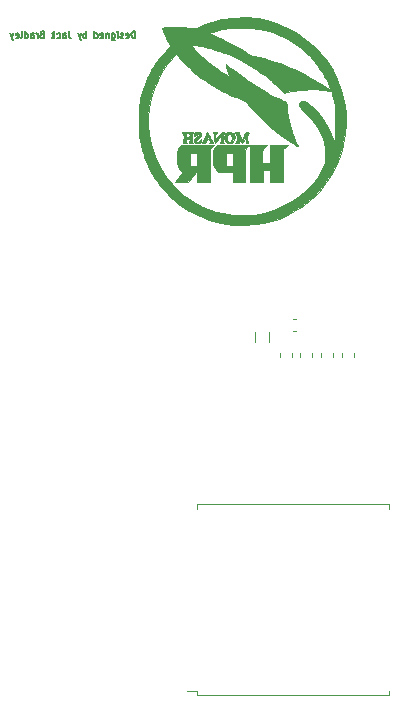
<source format=gbr>
%TF.GenerationSoftware,KiCad,Pcbnew,7.0.2*%
%TF.CreationDate,2023-04-27T13:29:06+10:00*%
%TF.ProjectId,neptune,6e657074-756e-4652-9e6b-696361645f70,rev?*%
%TF.SameCoordinates,Original*%
%TF.FileFunction,Legend,Bot*%
%TF.FilePolarity,Positive*%
%FSLAX46Y46*%
G04 Gerber Fmt 4.6, Leading zero omitted, Abs format (unit mm)*
G04 Created by KiCad (PCBNEW 7.0.2) date 2023-04-27 13:29:06*
%MOMM*%
%LPD*%
G01*
G04 APERTURE LIST*
%ADD10C,0.137500*%
%ADD11C,0.120000*%
%ADD12C,0.010000*%
G04 APERTURE END LIST*
D10*
X106369047Y-68182690D02*
X106369047Y-67632690D01*
X106369047Y-67632690D02*
X106238095Y-67632690D01*
X106238095Y-67632690D02*
X106159523Y-67658880D01*
X106159523Y-67658880D02*
X106107142Y-67711261D01*
X106107142Y-67711261D02*
X106080952Y-67763642D01*
X106080952Y-67763642D02*
X106054761Y-67868404D01*
X106054761Y-67868404D02*
X106054761Y-67946976D01*
X106054761Y-67946976D02*
X106080952Y-68051738D01*
X106080952Y-68051738D02*
X106107142Y-68104119D01*
X106107142Y-68104119D02*
X106159523Y-68156500D01*
X106159523Y-68156500D02*
X106238095Y-68182690D01*
X106238095Y-68182690D02*
X106369047Y-68182690D01*
X105609523Y-68156500D02*
X105661904Y-68182690D01*
X105661904Y-68182690D02*
X105766666Y-68182690D01*
X105766666Y-68182690D02*
X105819047Y-68156500D01*
X105819047Y-68156500D02*
X105845238Y-68104119D01*
X105845238Y-68104119D02*
X105845238Y-67894595D01*
X105845238Y-67894595D02*
X105819047Y-67842214D01*
X105819047Y-67842214D02*
X105766666Y-67816023D01*
X105766666Y-67816023D02*
X105661904Y-67816023D01*
X105661904Y-67816023D02*
X105609523Y-67842214D01*
X105609523Y-67842214D02*
X105583333Y-67894595D01*
X105583333Y-67894595D02*
X105583333Y-67946976D01*
X105583333Y-67946976D02*
X105845238Y-67999357D01*
X105373809Y-68156500D02*
X105321428Y-68182690D01*
X105321428Y-68182690D02*
X105216666Y-68182690D01*
X105216666Y-68182690D02*
X105164285Y-68156500D01*
X105164285Y-68156500D02*
X105138094Y-68104119D01*
X105138094Y-68104119D02*
X105138094Y-68077928D01*
X105138094Y-68077928D02*
X105164285Y-68025547D01*
X105164285Y-68025547D02*
X105216666Y-67999357D01*
X105216666Y-67999357D02*
X105295237Y-67999357D01*
X105295237Y-67999357D02*
X105347618Y-67973166D01*
X105347618Y-67973166D02*
X105373809Y-67920785D01*
X105373809Y-67920785D02*
X105373809Y-67894595D01*
X105373809Y-67894595D02*
X105347618Y-67842214D01*
X105347618Y-67842214D02*
X105295237Y-67816023D01*
X105295237Y-67816023D02*
X105216666Y-67816023D01*
X105216666Y-67816023D02*
X105164285Y-67842214D01*
X104902380Y-68182690D02*
X104902380Y-67816023D01*
X104902380Y-67632690D02*
X104928571Y-67658880D01*
X104928571Y-67658880D02*
X104902380Y-67685071D01*
X104902380Y-67685071D02*
X104876190Y-67658880D01*
X104876190Y-67658880D02*
X104902380Y-67632690D01*
X104902380Y-67632690D02*
X104902380Y-67685071D01*
X104404761Y-67816023D02*
X104404761Y-68261261D01*
X104404761Y-68261261D02*
X104430951Y-68313642D01*
X104430951Y-68313642D02*
X104457142Y-68339833D01*
X104457142Y-68339833D02*
X104509523Y-68366023D01*
X104509523Y-68366023D02*
X104588094Y-68366023D01*
X104588094Y-68366023D02*
X104640475Y-68339833D01*
X104404761Y-68156500D02*
X104457142Y-68182690D01*
X104457142Y-68182690D02*
X104561904Y-68182690D01*
X104561904Y-68182690D02*
X104614285Y-68156500D01*
X104614285Y-68156500D02*
X104640475Y-68130309D01*
X104640475Y-68130309D02*
X104666666Y-68077928D01*
X104666666Y-68077928D02*
X104666666Y-67920785D01*
X104666666Y-67920785D02*
X104640475Y-67868404D01*
X104640475Y-67868404D02*
X104614285Y-67842214D01*
X104614285Y-67842214D02*
X104561904Y-67816023D01*
X104561904Y-67816023D02*
X104457142Y-67816023D01*
X104457142Y-67816023D02*
X104404761Y-67842214D01*
X104142856Y-67816023D02*
X104142856Y-68182690D01*
X104142856Y-67868404D02*
X104116666Y-67842214D01*
X104116666Y-67842214D02*
X104064285Y-67816023D01*
X104064285Y-67816023D02*
X103985713Y-67816023D01*
X103985713Y-67816023D02*
X103933332Y-67842214D01*
X103933332Y-67842214D02*
X103907142Y-67894595D01*
X103907142Y-67894595D02*
X103907142Y-68182690D01*
X103435713Y-68156500D02*
X103488094Y-68182690D01*
X103488094Y-68182690D02*
X103592856Y-68182690D01*
X103592856Y-68182690D02*
X103645237Y-68156500D01*
X103645237Y-68156500D02*
X103671428Y-68104119D01*
X103671428Y-68104119D02*
X103671428Y-67894595D01*
X103671428Y-67894595D02*
X103645237Y-67842214D01*
X103645237Y-67842214D02*
X103592856Y-67816023D01*
X103592856Y-67816023D02*
X103488094Y-67816023D01*
X103488094Y-67816023D02*
X103435713Y-67842214D01*
X103435713Y-67842214D02*
X103409523Y-67894595D01*
X103409523Y-67894595D02*
X103409523Y-67946976D01*
X103409523Y-67946976D02*
X103671428Y-67999357D01*
X102938094Y-68182690D02*
X102938094Y-67632690D01*
X102938094Y-68156500D02*
X102990475Y-68182690D01*
X102990475Y-68182690D02*
X103095237Y-68182690D01*
X103095237Y-68182690D02*
X103147618Y-68156500D01*
X103147618Y-68156500D02*
X103173808Y-68130309D01*
X103173808Y-68130309D02*
X103199999Y-68077928D01*
X103199999Y-68077928D02*
X103199999Y-67920785D01*
X103199999Y-67920785D02*
X103173808Y-67868404D01*
X103173808Y-67868404D02*
X103147618Y-67842214D01*
X103147618Y-67842214D02*
X103095237Y-67816023D01*
X103095237Y-67816023D02*
X102990475Y-67816023D01*
X102990475Y-67816023D02*
X102938094Y-67842214D01*
X102257141Y-68182690D02*
X102257141Y-67632690D01*
X102257141Y-67842214D02*
X102204760Y-67816023D01*
X102204760Y-67816023D02*
X102099998Y-67816023D01*
X102099998Y-67816023D02*
X102047617Y-67842214D01*
X102047617Y-67842214D02*
X102021427Y-67868404D01*
X102021427Y-67868404D02*
X101995236Y-67920785D01*
X101995236Y-67920785D02*
X101995236Y-68077928D01*
X101995236Y-68077928D02*
X102021427Y-68130309D01*
X102021427Y-68130309D02*
X102047617Y-68156500D01*
X102047617Y-68156500D02*
X102099998Y-68182690D01*
X102099998Y-68182690D02*
X102204760Y-68182690D01*
X102204760Y-68182690D02*
X102257141Y-68156500D01*
X101811903Y-67816023D02*
X101680951Y-68182690D01*
X101549998Y-67816023D02*
X101680951Y-68182690D01*
X101680951Y-68182690D02*
X101733332Y-68313642D01*
X101733332Y-68313642D02*
X101759522Y-68339833D01*
X101759522Y-68339833D02*
X101811903Y-68366023D01*
X100764283Y-67632690D02*
X100764283Y-68025547D01*
X100764283Y-68025547D02*
X100790474Y-68104119D01*
X100790474Y-68104119D02*
X100842855Y-68156500D01*
X100842855Y-68156500D02*
X100921426Y-68182690D01*
X100921426Y-68182690D02*
X100973807Y-68182690D01*
X100266664Y-68182690D02*
X100266664Y-67894595D01*
X100266664Y-67894595D02*
X100292854Y-67842214D01*
X100292854Y-67842214D02*
X100345235Y-67816023D01*
X100345235Y-67816023D02*
X100449997Y-67816023D01*
X100449997Y-67816023D02*
X100502378Y-67842214D01*
X100266664Y-68156500D02*
X100319045Y-68182690D01*
X100319045Y-68182690D02*
X100449997Y-68182690D01*
X100449997Y-68182690D02*
X100502378Y-68156500D01*
X100502378Y-68156500D02*
X100528569Y-68104119D01*
X100528569Y-68104119D02*
X100528569Y-68051738D01*
X100528569Y-68051738D02*
X100502378Y-67999357D01*
X100502378Y-67999357D02*
X100449997Y-67973166D01*
X100449997Y-67973166D02*
X100319045Y-67973166D01*
X100319045Y-67973166D02*
X100266664Y-67946976D01*
X99769045Y-68156500D02*
X99821426Y-68182690D01*
X99821426Y-68182690D02*
X99926188Y-68182690D01*
X99926188Y-68182690D02*
X99978569Y-68156500D01*
X99978569Y-68156500D02*
X100004759Y-68130309D01*
X100004759Y-68130309D02*
X100030950Y-68077928D01*
X100030950Y-68077928D02*
X100030950Y-67920785D01*
X100030950Y-67920785D02*
X100004759Y-67868404D01*
X100004759Y-67868404D02*
X99978569Y-67842214D01*
X99978569Y-67842214D02*
X99926188Y-67816023D01*
X99926188Y-67816023D02*
X99821426Y-67816023D01*
X99821426Y-67816023D02*
X99769045Y-67842214D01*
X99533330Y-68182690D02*
X99533330Y-67632690D01*
X99480949Y-67973166D02*
X99323806Y-68182690D01*
X99323806Y-67816023D02*
X99533330Y-68025547D01*
X98485711Y-67894595D02*
X98407139Y-67920785D01*
X98407139Y-67920785D02*
X98380949Y-67946976D01*
X98380949Y-67946976D02*
X98354758Y-67999357D01*
X98354758Y-67999357D02*
X98354758Y-68077928D01*
X98354758Y-68077928D02*
X98380949Y-68130309D01*
X98380949Y-68130309D02*
X98407139Y-68156500D01*
X98407139Y-68156500D02*
X98459520Y-68182690D01*
X98459520Y-68182690D02*
X98669044Y-68182690D01*
X98669044Y-68182690D02*
X98669044Y-67632690D01*
X98669044Y-67632690D02*
X98485711Y-67632690D01*
X98485711Y-67632690D02*
X98433330Y-67658880D01*
X98433330Y-67658880D02*
X98407139Y-67685071D01*
X98407139Y-67685071D02*
X98380949Y-67737452D01*
X98380949Y-67737452D02*
X98380949Y-67789833D01*
X98380949Y-67789833D02*
X98407139Y-67842214D01*
X98407139Y-67842214D02*
X98433330Y-67868404D01*
X98433330Y-67868404D02*
X98485711Y-67894595D01*
X98485711Y-67894595D02*
X98669044Y-67894595D01*
X98119044Y-68182690D02*
X98119044Y-67816023D01*
X98119044Y-67920785D02*
X98092854Y-67868404D01*
X98092854Y-67868404D02*
X98066663Y-67842214D01*
X98066663Y-67842214D02*
X98014282Y-67816023D01*
X98014282Y-67816023D02*
X97961901Y-67816023D01*
X97542854Y-68182690D02*
X97542854Y-67894595D01*
X97542854Y-67894595D02*
X97569044Y-67842214D01*
X97569044Y-67842214D02*
X97621425Y-67816023D01*
X97621425Y-67816023D02*
X97726187Y-67816023D01*
X97726187Y-67816023D02*
X97778568Y-67842214D01*
X97542854Y-68156500D02*
X97595235Y-68182690D01*
X97595235Y-68182690D02*
X97726187Y-68182690D01*
X97726187Y-68182690D02*
X97778568Y-68156500D01*
X97778568Y-68156500D02*
X97804759Y-68104119D01*
X97804759Y-68104119D02*
X97804759Y-68051738D01*
X97804759Y-68051738D02*
X97778568Y-67999357D01*
X97778568Y-67999357D02*
X97726187Y-67973166D01*
X97726187Y-67973166D02*
X97595235Y-67973166D01*
X97595235Y-67973166D02*
X97542854Y-67946976D01*
X97045235Y-68182690D02*
X97045235Y-67632690D01*
X97045235Y-68156500D02*
X97097616Y-68182690D01*
X97097616Y-68182690D02*
X97202378Y-68182690D01*
X97202378Y-68182690D02*
X97254759Y-68156500D01*
X97254759Y-68156500D02*
X97280949Y-68130309D01*
X97280949Y-68130309D02*
X97307140Y-68077928D01*
X97307140Y-68077928D02*
X97307140Y-67920785D01*
X97307140Y-67920785D02*
X97280949Y-67868404D01*
X97280949Y-67868404D02*
X97254759Y-67842214D01*
X97254759Y-67842214D02*
X97202378Y-67816023D01*
X97202378Y-67816023D02*
X97097616Y-67816023D01*
X97097616Y-67816023D02*
X97045235Y-67842214D01*
X96704759Y-68182690D02*
X96757140Y-68156500D01*
X96757140Y-68156500D02*
X96783330Y-68104119D01*
X96783330Y-68104119D02*
X96783330Y-67632690D01*
X96285711Y-68156500D02*
X96338092Y-68182690D01*
X96338092Y-68182690D02*
X96442854Y-68182690D01*
X96442854Y-68182690D02*
X96495235Y-68156500D01*
X96495235Y-68156500D02*
X96521426Y-68104119D01*
X96521426Y-68104119D02*
X96521426Y-67894595D01*
X96521426Y-67894595D02*
X96495235Y-67842214D01*
X96495235Y-67842214D02*
X96442854Y-67816023D01*
X96442854Y-67816023D02*
X96338092Y-67816023D01*
X96338092Y-67816023D02*
X96285711Y-67842214D01*
X96285711Y-67842214D02*
X96259521Y-67894595D01*
X96259521Y-67894595D02*
X96259521Y-67946976D01*
X96259521Y-67946976D02*
X96521426Y-67999357D01*
X96076187Y-67816023D02*
X95945235Y-68182690D01*
X95814282Y-67816023D02*
X95945235Y-68182690D01*
X95945235Y-68182690D02*
X95997616Y-68313642D01*
X95997616Y-68313642D02*
X96023806Y-68339833D01*
X96023806Y-68339833D02*
X96076187Y-68366023D01*
D11*
%TO.C,C23*%
X124890000Y-94884420D02*
X124890000Y-95165580D01*
X123870000Y-94884420D02*
X123870000Y-95165580D01*
%TO.C,H5*%
D12*
X117353957Y-77427898D02*
X117341038Y-77441252D01*
X117249972Y-77542675D01*
X117193930Y-77638203D01*
X117164417Y-77761060D01*
X117152939Y-77944467D01*
X117151000Y-78221648D01*
X117151000Y-78806000D01*
X117786000Y-78806000D01*
X117786000Y-77218500D01*
X118563875Y-77220783D01*
X119341750Y-77223067D01*
X119151250Y-77379218D01*
X119116318Y-77407224D01*
X118988698Y-77498647D01*
X118913125Y-77535684D01*
X118905972Y-77551933D01*
X118892995Y-77670544D01*
X118881862Y-77889058D01*
X118873171Y-78189548D01*
X118867518Y-78554088D01*
X118865500Y-78964750D01*
X118865500Y-80393500D01*
X117786000Y-80393500D01*
X117786000Y-79377500D01*
X117214500Y-79377500D01*
X117214500Y-80393500D01*
X116135000Y-80393500D01*
X116135000Y-77218500D01*
X117556914Y-77218500D01*
X117353957Y-77427898D01*
G36*
X117353957Y-77427898D02*
G01*
X117341038Y-77441252D01*
X117249972Y-77542675D01*
X117193930Y-77638203D01*
X117164417Y-77761060D01*
X117152939Y-77944467D01*
X117151000Y-78221648D01*
X117151000Y-78806000D01*
X117786000Y-78806000D01*
X117786000Y-77218500D01*
X118563875Y-77220783D01*
X119341750Y-77223067D01*
X119151250Y-77379218D01*
X119116318Y-77407224D01*
X118988698Y-77498647D01*
X118913125Y-77535684D01*
X118905972Y-77551933D01*
X118892995Y-77670544D01*
X118881862Y-77889058D01*
X118873171Y-78189548D01*
X118867518Y-78554088D01*
X118865500Y-78964750D01*
X118865500Y-80393500D01*
X117786000Y-80393500D01*
X117786000Y-79377500D01*
X117214500Y-79377500D01*
X117214500Y-80393500D01*
X116135000Y-80393500D01*
X116135000Y-77218500D01*
X117556914Y-77218500D01*
X117353957Y-77427898D01*
G37*
X114801500Y-76609008D02*
X114782471Y-76790338D01*
X114680275Y-76989063D01*
X114486397Y-77103581D01*
X114370796Y-77120945D01*
X114171761Y-77061414D01*
X114013604Y-76893809D01*
X113995203Y-76860404D01*
X113939962Y-76655986D01*
X114164366Y-76655986D01*
X114185461Y-76831725D01*
X114242700Y-76951800D01*
X114291326Y-76991368D01*
X114416464Y-77016762D01*
X114521628Y-76942161D01*
X114588542Y-76787095D01*
X114598930Y-76571094D01*
X114539905Y-76387105D01*
X114421855Y-76284057D01*
X114270382Y-76285651D01*
X114222506Y-76332556D01*
X114177390Y-76473342D01*
X114164366Y-76655986D01*
X113939962Y-76655986D01*
X113934668Y-76636396D01*
X113970868Y-76431911D01*
X114082670Y-76268381D01*
X114248943Y-76167239D01*
X114448554Y-76149918D01*
X114660371Y-76237850D01*
X114713426Y-76282109D01*
X114782399Y-76407173D01*
X114797912Y-76571094D01*
X114801500Y-76609008D01*
G36*
X114801500Y-76609008D02*
G01*
X114782471Y-76790338D01*
X114680275Y-76989063D01*
X114486397Y-77103581D01*
X114370796Y-77120945D01*
X114171761Y-77061414D01*
X114013604Y-76893809D01*
X113995203Y-76860404D01*
X113939962Y-76655986D01*
X114164366Y-76655986D01*
X114185461Y-76831725D01*
X114242700Y-76951800D01*
X114291326Y-76991368D01*
X114416464Y-77016762D01*
X114521628Y-76942161D01*
X114588542Y-76787095D01*
X114598930Y-76571094D01*
X114539905Y-76387105D01*
X114421855Y-76284057D01*
X114270382Y-76285651D01*
X114222506Y-76332556D01*
X114177390Y-76473342D01*
X114164366Y-76655986D01*
X113939962Y-76655986D01*
X113934668Y-76636396D01*
X113970868Y-76431911D01*
X114082670Y-76268381D01*
X114248943Y-76167239D01*
X114448554Y-76149918D01*
X114660371Y-76237850D01*
X114713426Y-76282109D01*
X114782399Y-76407173D01*
X114797912Y-76571094D01*
X114801500Y-76609008D01*
G37*
X115690500Y-80393500D02*
X114674500Y-80393500D01*
X114674500Y-79568000D01*
X114087125Y-79566588D01*
X114052258Y-79566456D01*
X113735982Y-79556314D01*
X113512686Y-79520655D01*
X113351622Y-79445772D01*
X113222038Y-79317956D01*
X113093185Y-79123500D01*
X113071364Y-79085128D01*
X113035683Y-78996500D01*
X114039500Y-78996500D01*
X114674500Y-78996500D01*
X114674500Y-77917000D01*
X114039500Y-77917000D01*
X114039500Y-78996500D01*
X113035683Y-78996500D01*
X113004469Y-78918967D01*
X112970063Y-78710768D01*
X112960238Y-78418600D01*
X112963201Y-78247158D01*
X113002135Y-77868165D01*
X113090535Y-77579943D01*
X113233866Y-77361375D01*
X113272537Y-77321426D01*
X113324917Y-77284115D01*
X113399970Y-77257119D01*
X113515083Y-77238770D01*
X113687645Y-77227401D01*
X113935042Y-77221344D01*
X114274664Y-77218933D01*
X114723898Y-77218500D01*
X116084657Y-77218500D01*
X115887579Y-77442959D01*
X115690500Y-77667419D01*
X115690500Y-77917000D01*
X115690500Y-80393500D01*
G36*
X115690500Y-80393500D02*
G01*
X114674500Y-80393500D01*
X114674500Y-79568000D01*
X114087125Y-79566588D01*
X114052258Y-79566456D01*
X113735982Y-79556314D01*
X113512686Y-79520655D01*
X113351622Y-79445772D01*
X113222038Y-79317956D01*
X113093185Y-79123500D01*
X113071364Y-79085128D01*
X113035683Y-78996500D01*
X114039500Y-78996500D01*
X114674500Y-78996500D01*
X114674500Y-77917000D01*
X114039500Y-77917000D01*
X114039500Y-78996500D01*
X113035683Y-78996500D01*
X113004469Y-78918967D01*
X112970063Y-78710768D01*
X112960238Y-78418600D01*
X112963201Y-78247158D01*
X113002135Y-77868165D01*
X113090535Y-77579943D01*
X113233866Y-77361375D01*
X113272537Y-77321426D01*
X113324917Y-77284115D01*
X113399970Y-77257119D01*
X113515083Y-77238770D01*
X113687645Y-77227401D01*
X113935042Y-77221344D01*
X114274664Y-77218933D01*
X114723898Y-77218500D01*
X116084657Y-77218500D01*
X115887579Y-77442959D01*
X115690500Y-77667419D01*
X115690500Y-77917000D01*
X115690500Y-80393500D01*
G37*
X112854352Y-76853375D02*
X112953520Y-77091500D01*
X112782135Y-77090527D01*
X112779729Y-77090511D01*
X112674420Y-77076523D01*
X112692276Y-77037825D01*
X112728350Y-77003731D01*
X112740143Y-76905148D01*
X112671793Y-76814048D01*
X112547250Y-76774000D01*
X112424835Y-76813152D01*
X112347560Y-76915113D01*
X112360292Y-77033730D01*
X112360967Y-77034881D01*
X112330347Y-77074908D01*
X112211569Y-77091500D01*
X112027142Y-77091500D01*
X112207821Y-76733301D01*
X112249025Y-76647000D01*
X112452000Y-76647000D01*
X112464116Y-76677346D01*
X112550998Y-76710500D01*
X112596355Y-76701362D01*
X112610750Y-76647000D01*
X112597753Y-76629658D01*
X112511753Y-76583500D01*
X112497576Y-76585317D01*
X112452000Y-76647000D01*
X112249025Y-76647000D01*
X112290880Y-76559337D01*
X112361394Y-76389645D01*
X112388500Y-76292549D01*
X112391943Y-76263156D01*
X112449566Y-76172254D01*
X112499401Y-76186853D01*
X112591420Y-76307178D01*
X112711536Y-76532379D01*
X112762533Y-76647000D01*
X112854352Y-76853375D01*
G36*
X112854352Y-76853375D02*
G01*
X112953520Y-77091500D01*
X112782135Y-77090527D01*
X112779729Y-77090511D01*
X112674420Y-77076523D01*
X112692276Y-77037825D01*
X112728350Y-77003731D01*
X112740143Y-76905148D01*
X112671793Y-76814048D01*
X112547250Y-76774000D01*
X112424835Y-76813152D01*
X112347560Y-76915113D01*
X112360292Y-77033730D01*
X112360967Y-77034881D01*
X112330347Y-77074908D01*
X112211569Y-77091500D01*
X112027142Y-77091500D01*
X112207821Y-76733301D01*
X112249025Y-76647000D01*
X112452000Y-76647000D01*
X112464116Y-76677346D01*
X112550998Y-76710500D01*
X112596355Y-76701362D01*
X112610750Y-76647000D01*
X112597753Y-76629658D01*
X112511753Y-76583500D01*
X112497576Y-76585317D01*
X112452000Y-76647000D01*
X112249025Y-76647000D01*
X112290880Y-76559337D01*
X112361394Y-76389645D01*
X112388500Y-76292549D01*
X112391943Y-76263156D01*
X112449566Y-76172254D01*
X112499401Y-76186853D01*
X112591420Y-76307178D01*
X112711536Y-76532379D01*
X112762533Y-76647000D01*
X112854352Y-76853375D01*
G37*
X111801125Y-76178108D02*
X111845715Y-76191422D01*
X111938871Y-76284407D01*
X111952380Y-76424411D01*
X111889604Y-76574459D01*
X111753902Y-76697578D01*
X111617474Y-76798598D01*
X111566479Y-76908963D01*
X111635214Y-77001635D01*
X111720165Y-76989251D01*
X111824302Y-76894257D01*
X111941177Y-76742250D01*
X111942589Y-76934846D01*
X111937629Y-77038304D01*
X111892188Y-77108102D01*
X111769375Y-77114630D01*
X111636078Y-77104973D01*
X111517610Y-77096658D01*
X111500265Y-77093509D01*
X111407581Y-77017583D01*
X111344272Y-76886975D01*
X111342372Y-76762725D01*
X111355946Y-76739602D01*
X111453711Y-76641590D01*
X111603463Y-76530493D01*
X111711032Y-76454389D01*
X111779654Y-76373027D01*
X111756312Y-76308243D01*
X111740675Y-76294490D01*
X111663820Y-76284028D01*
X111564190Y-76377125D01*
X111525843Y-76422675D01*
X111431725Y-76507135D01*
X111385075Y-76478409D01*
X111372500Y-76333446D01*
X111382715Y-76237192D01*
X111441227Y-76163029D01*
X111572791Y-76146200D01*
X111801125Y-76178108D01*
G36*
X111801125Y-76178108D02*
G01*
X111845715Y-76191422D01*
X111938871Y-76284407D01*
X111952380Y-76424411D01*
X111889604Y-76574459D01*
X111753902Y-76697578D01*
X111617474Y-76798598D01*
X111566479Y-76908963D01*
X111635214Y-77001635D01*
X111720165Y-76989251D01*
X111824302Y-76894257D01*
X111941177Y-76742250D01*
X111942589Y-76934846D01*
X111937629Y-77038304D01*
X111892188Y-77108102D01*
X111769375Y-77114630D01*
X111636078Y-77104973D01*
X111517610Y-77096658D01*
X111500265Y-77093509D01*
X111407581Y-77017583D01*
X111344272Y-76886975D01*
X111342372Y-76762725D01*
X111355946Y-76739602D01*
X111453711Y-76641590D01*
X111603463Y-76530493D01*
X111711032Y-76454389D01*
X111779654Y-76373027D01*
X111756312Y-76308243D01*
X111740675Y-76294490D01*
X111663820Y-76284028D01*
X111564190Y-76377125D01*
X111525843Y-76422675D01*
X111431725Y-76507135D01*
X111385075Y-76478409D01*
X111372500Y-76333446D01*
X111382715Y-76237192D01*
X111441227Y-76163029D01*
X111572791Y-76146200D01*
X111801125Y-76178108D01*
G37*
X113819700Y-76139001D02*
X113945431Y-76165331D01*
X113969676Y-76224699D01*
X113880750Y-76288963D01*
X113879743Y-76289363D01*
X113822065Y-76372435D01*
X113790204Y-76533002D01*
X113785377Y-76724628D01*
X113808803Y-76900873D01*
X113861700Y-77015300D01*
X113887216Y-77048661D01*
X113857492Y-77080698D01*
X113718825Y-77086486D01*
X113681709Y-77085114D01*
X113579912Y-77071289D01*
X113579125Y-77049445D01*
X113593407Y-77039858D01*
X113640122Y-76936078D01*
X113658500Y-76762700D01*
X113658500Y-76507984D01*
X113429203Y-76783867D01*
X113330711Y-76898277D01*
X113212399Y-77023644D01*
X113143453Y-77080916D01*
X113115042Y-77034385D01*
X113094744Y-76891795D01*
X113087000Y-76684041D01*
X113079263Y-76479395D01*
X113056579Y-76324391D01*
X113023500Y-76266000D01*
X113008322Y-76264154D01*
X112960000Y-76202500D01*
X112960015Y-76201709D01*
X113016744Y-76157393D01*
X113150500Y-76139000D01*
X113152413Y-76139001D01*
X113302124Y-76155038D01*
X113330801Y-76205237D01*
X113240752Y-76293552D01*
X113178708Y-76379293D01*
X113161377Y-76574650D01*
X113182250Y-76782444D01*
X113421607Y-76460722D01*
X113556212Y-76294470D01*
X113694554Y-76174931D01*
X113818482Y-76139000D01*
X113819700Y-76139001D01*
G36*
X113819700Y-76139001D02*
G01*
X113945431Y-76165331D01*
X113969676Y-76224699D01*
X113880750Y-76288963D01*
X113879743Y-76289363D01*
X113822065Y-76372435D01*
X113790204Y-76533002D01*
X113785377Y-76724628D01*
X113808803Y-76900873D01*
X113861700Y-77015300D01*
X113887216Y-77048661D01*
X113857492Y-77080698D01*
X113718825Y-77086486D01*
X113681709Y-77085114D01*
X113579912Y-77071289D01*
X113579125Y-77049445D01*
X113593407Y-77039858D01*
X113640122Y-76936078D01*
X113658500Y-76762700D01*
X113658500Y-76507984D01*
X113429203Y-76783867D01*
X113330711Y-76898277D01*
X113212399Y-77023644D01*
X113143453Y-77080916D01*
X113115042Y-77034385D01*
X113094744Y-76891795D01*
X113087000Y-76684041D01*
X113079263Y-76479395D01*
X113056579Y-76324391D01*
X113023500Y-76266000D01*
X113008322Y-76264154D01*
X112960000Y-76202500D01*
X112960015Y-76201709D01*
X113016744Y-76157393D01*
X113150500Y-76139000D01*
X113152413Y-76139001D01*
X113302124Y-76155038D01*
X113330801Y-76205237D01*
X113240752Y-76293552D01*
X113178708Y-76379293D01*
X113161377Y-76574650D01*
X113182250Y-76782444D01*
X113421607Y-76460722D01*
X113556212Y-76294470D01*
X113694554Y-76174931D01*
X113818482Y-76139000D01*
X113819700Y-76139001D01*
G37*
X112706000Y-80393500D02*
X111626500Y-80393500D01*
X111626500Y-79980750D01*
X111620279Y-79769641D01*
X111594644Y-79617539D01*
X111547125Y-79570668D01*
X111538417Y-79572653D01*
X111454909Y-79638579D01*
X111327971Y-79778823D01*
X111181416Y-79967543D01*
X110895081Y-80361750D01*
X110340041Y-80380097D01*
X110226637Y-80382969D01*
X110000418Y-80382595D01*
X109843639Y-80373530D01*
X109785000Y-80356969D01*
X109787275Y-80349454D01*
X109842896Y-80266641D01*
X109957812Y-80120938D01*
X110111747Y-79938327D01*
X110438493Y-79561159D01*
X110295375Y-79460915D01*
X110199261Y-79374190D01*
X110047807Y-79128528D01*
X110007986Y-78996500D01*
X110991500Y-78996500D01*
X111626500Y-78996500D01*
X111626500Y-77917000D01*
X110991500Y-77917000D01*
X110991500Y-78996500D01*
X110007986Y-78996500D01*
X109949284Y-78801871D01*
X109913395Y-78420650D01*
X109921092Y-78209930D01*
X109962679Y-77891946D01*
X110033078Y-77611645D01*
X110124077Y-77398777D01*
X110227462Y-77283091D01*
X110228669Y-77282471D01*
X110335013Y-77261362D01*
X110551484Y-77243690D01*
X110861687Y-77230175D01*
X111249226Y-77221539D01*
X111697706Y-77218500D01*
X113047261Y-77218500D01*
X112876631Y-77396599D01*
X112706000Y-77574699D01*
X112706000Y-77917000D01*
X112706000Y-80393500D01*
G36*
X112706000Y-80393500D02*
G01*
X111626500Y-80393500D01*
X111626500Y-79980750D01*
X111620279Y-79769641D01*
X111594644Y-79617539D01*
X111547125Y-79570668D01*
X111538417Y-79572653D01*
X111454909Y-79638579D01*
X111327971Y-79778823D01*
X111181416Y-79967543D01*
X110895081Y-80361750D01*
X110340041Y-80380097D01*
X110226637Y-80382969D01*
X110000418Y-80382595D01*
X109843639Y-80373530D01*
X109785000Y-80356969D01*
X109787275Y-80349454D01*
X109842896Y-80266641D01*
X109957812Y-80120938D01*
X110111747Y-79938327D01*
X110438493Y-79561159D01*
X110295375Y-79460915D01*
X110199261Y-79374190D01*
X110047807Y-79128528D01*
X110007986Y-78996500D01*
X110991500Y-78996500D01*
X111626500Y-78996500D01*
X111626500Y-77917000D01*
X110991500Y-77917000D01*
X110991500Y-78996500D01*
X110007986Y-78996500D01*
X109949284Y-78801871D01*
X109913395Y-78420650D01*
X109921092Y-78209930D01*
X109962679Y-77891946D01*
X110033078Y-77611645D01*
X110124077Y-77398777D01*
X110227462Y-77283091D01*
X110228669Y-77282471D01*
X110335013Y-77261362D01*
X110551484Y-77243690D01*
X110861687Y-77230175D01*
X111249226Y-77221539D01*
X111697706Y-77218500D01*
X113047261Y-77218500D01*
X112876631Y-77396599D01*
X112706000Y-77574699D01*
X112706000Y-77917000D01*
X112706000Y-80393500D01*
G37*
X115954069Y-76153329D02*
X116008000Y-76202500D01*
X116006155Y-76217678D01*
X115944500Y-76266000D01*
X115906752Y-76318195D01*
X115885093Y-76456394D01*
X115880457Y-76639649D01*
X115892013Y-76826930D01*
X115918930Y-76977206D01*
X115960375Y-77049445D01*
X115969920Y-77073056D01*
X115877876Y-77086486D01*
X115862943Y-77086877D01*
X115766141Y-77074733D01*
X115731816Y-77008857D01*
X115738520Y-76853375D01*
X115761038Y-76615250D01*
X115618038Y-76853375D01*
X115577829Y-76918106D01*
X115490831Y-77042095D01*
X115439894Y-77091176D01*
X115428549Y-77084418D01*
X115370951Y-77001020D01*
X115295049Y-76853051D01*
X115185347Y-76615250D01*
X115202923Y-76853375D01*
X115207156Y-76914355D01*
X115201596Y-77037362D01*
X115141860Y-77081804D01*
X114995125Y-77084133D01*
X114949735Y-77081901D01*
X114861592Y-77067701D01*
X114880875Y-77047727D01*
X114944942Y-76976661D01*
X114985846Y-76828158D01*
X115002296Y-76642589D01*
X114993475Y-76460206D01*
X114958566Y-76321260D01*
X114896750Y-76266000D01*
X114852933Y-76258835D01*
X114801500Y-76202500D01*
X114853463Y-76158182D01*
X114983497Y-76139000D01*
X115050138Y-76142638D01*
X115139929Y-76179401D01*
X115212810Y-76279665D01*
X115295903Y-76472375D01*
X115426313Y-76805750D01*
X115571010Y-76472375D01*
X115580216Y-76451321D01*
X115676502Y-76260852D01*
X115762985Y-76165224D01*
X115861853Y-76139000D01*
X115954069Y-76153329D01*
G36*
X115954069Y-76153329D02*
G01*
X116008000Y-76202500D01*
X116006155Y-76217678D01*
X115944500Y-76266000D01*
X115906752Y-76318195D01*
X115885093Y-76456394D01*
X115880457Y-76639649D01*
X115892013Y-76826930D01*
X115918930Y-76977206D01*
X115960375Y-77049445D01*
X115969920Y-77073056D01*
X115877876Y-77086486D01*
X115862943Y-77086877D01*
X115766141Y-77074733D01*
X115731816Y-77008857D01*
X115738520Y-76853375D01*
X115761038Y-76615250D01*
X115618038Y-76853375D01*
X115577829Y-76918106D01*
X115490831Y-77042095D01*
X115439894Y-77091176D01*
X115428549Y-77084418D01*
X115370951Y-77001020D01*
X115295049Y-76853051D01*
X115185347Y-76615250D01*
X115202923Y-76853375D01*
X115207156Y-76914355D01*
X115201596Y-77037362D01*
X115141860Y-77081804D01*
X114995125Y-77084133D01*
X114949735Y-77081901D01*
X114861592Y-77067701D01*
X114880875Y-77047727D01*
X114944942Y-76976661D01*
X114985846Y-76828158D01*
X115002296Y-76642589D01*
X114993475Y-76460206D01*
X114958566Y-76321260D01*
X114896750Y-76266000D01*
X114852933Y-76258835D01*
X114801500Y-76202500D01*
X114853463Y-76158182D01*
X114983497Y-76139000D01*
X115050138Y-76142638D01*
X115139929Y-76179401D01*
X115212810Y-76279665D01*
X115295903Y-76472375D01*
X115426313Y-76805750D01*
X115571010Y-76472375D01*
X115580216Y-76451321D01*
X115676502Y-76260852D01*
X115762985Y-76165224D01*
X115861853Y-76139000D01*
X115954069Y-76153329D01*
G37*
X111115918Y-76139548D02*
X111253179Y-76160528D01*
X111309000Y-76202500D01*
X111307155Y-76217678D01*
X111245500Y-76266000D01*
X111207752Y-76318195D01*
X111186093Y-76456394D01*
X111181457Y-76639649D01*
X111193013Y-76826930D01*
X111219930Y-76977206D01*
X111261375Y-77049445D01*
X111273317Y-77057993D01*
X111224978Y-77074796D01*
X111086750Y-77081473D01*
X111021844Y-77080307D01*
X110916712Y-77068961D01*
X110912125Y-77049445D01*
X110962314Y-76994398D01*
X110991500Y-76863958D01*
X110991002Y-76839983D01*
X110953983Y-76737112D01*
X110832750Y-76710500D01*
X110807949Y-76710982D01*
X110701531Y-76746766D01*
X110674000Y-76863958D01*
X110691998Y-76968251D01*
X110753375Y-77049445D01*
X110765317Y-77057993D01*
X110716978Y-77074796D01*
X110578750Y-77081473D01*
X110513844Y-77080307D01*
X110408712Y-77068961D01*
X110404125Y-77049445D01*
X110444310Y-76981462D01*
X110471771Y-76833312D01*
X110483902Y-76646659D01*
X110479872Y-76462536D01*
X110458848Y-76321972D01*
X110420000Y-76266000D01*
X110404822Y-76264154D01*
X110356500Y-76202500D01*
X110358420Y-76194166D01*
X110431850Y-76154949D01*
X110578750Y-76139000D01*
X110607918Y-76139548D01*
X110745179Y-76160528D01*
X110801000Y-76202500D01*
X110799155Y-76217678D01*
X110737500Y-76266000D01*
X110695737Y-76305413D01*
X110674000Y-76424750D01*
X110674671Y-76454005D01*
X110711909Y-76557272D01*
X110832750Y-76583500D01*
X110862006Y-76582829D01*
X110965273Y-76545591D01*
X110991500Y-76424750D01*
X110975735Y-76320342D01*
X110928000Y-76266000D01*
X110912822Y-76264154D01*
X110864500Y-76202500D01*
X110866420Y-76194166D01*
X110939850Y-76154949D01*
X111086750Y-76139000D01*
X111115918Y-76139548D01*
G36*
X111115918Y-76139548D02*
G01*
X111253179Y-76160528D01*
X111309000Y-76202500D01*
X111307155Y-76217678D01*
X111245500Y-76266000D01*
X111207752Y-76318195D01*
X111186093Y-76456394D01*
X111181457Y-76639649D01*
X111193013Y-76826930D01*
X111219930Y-76977206D01*
X111261375Y-77049445D01*
X111273317Y-77057993D01*
X111224978Y-77074796D01*
X111086750Y-77081473D01*
X111021844Y-77080307D01*
X110916712Y-77068961D01*
X110912125Y-77049445D01*
X110962314Y-76994398D01*
X110991500Y-76863958D01*
X110991002Y-76839983D01*
X110953983Y-76737112D01*
X110832750Y-76710500D01*
X110807949Y-76710982D01*
X110701531Y-76746766D01*
X110674000Y-76863958D01*
X110691998Y-76968251D01*
X110753375Y-77049445D01*
X110765317Y-77057993D01*
X110716978Y-77074796D01*
X110578750Y-77081473D01*
X110513844Y-77080307D01*
X110408712Y-77068961D01*
X110404125Y-77049445D01*
X110444310Y-76981462D01*
X110471771Y-76833312D01*
X110483902Y-76646659D01*
X110479872Y-76462536D01*
X110458848Y-76321972D01*
X110420000Y-76266000D01*
X110404822Y-76264154D01*
X110356500Y-76202500D01*
X110358420Y-76194166D01*
X110431850Y-76154949D01*
X110578750Y-76139000D01*
X110607918Y-76139548D01*
X110745179Y-76160528D01*
X110801000Y-76202500D01*
X110799155Y-76217678D01*
X110737500Y-76266000D01*
X110695737Y-76305413D01*
X110674000Y-76424750D01*
X110674671Y-76454005D01*
X110711909Y-76557272D01*
X110832750Y-76583500D01*
X110862006Y-76582829D01*
X110965273Y-76545591D01*
X110991500Y-76424750D01*
X110975735Y-76320342D01*
X110928000Y-76266000D01*
X110912822Y-76264154D01*
X110864500Y-76202500D01*
X110866420Y-76194166D01*
X110939850Y-76154949D01*
X111086750Y-76139000D01*
X111115918Y-76139548D01*
G37*
X124241586Y-75436376D02*
X124173721Y-76300272D01*
X124017635Y-77186750D01*
X123886354Y-77719580D01*
X123742807Y-78182965D01*
X123568273Y-78629565D01*
X123343477Y-79114492D01*
X123135549Y-79514114D01*
X122573334Y-80407614D01*
X121920074Y-81213763D01*
X121177873Y-81930146D01*
X120348834Y-82554344D01*
X120274650Y-82603022D01*
X119414914Y-83101128D01*
X118528070Y-83491016D01*
X117590728Y-83781542D01*
X116579500Y-83981561D01*
X116566002Y-83983564D01*
X115592829Y-84064075D01*
X114606010Y-84024389D01*
X113619160Y-83868257D01*
X112645895Y-83599427D01*
X111699828Y-83221648D01*
X110794575Y-82738671D01*
X109943750Y-82154243D01*
X109915999Y-82132463D01*
X109659759Y-81911364D01*
X109363265Y-81628283D01*
X109053951Y-81312033D01*
X108759249Y-80991427D01*
X108506591Y-80695277D01*
X108323412Y-80452396D01*
X108295335Y-80410894D01*
X108162924Y-80219298D01*
X108060138Y-80077092D01*
X108007262Y-80012500D01*
X107971280Y-79968443D01*
X107882927Y-79821804D01*
X107764682Y-79601460D01*
X107629111Y-79333070D01*
X107488778Y-79042294D01*
X107356249Y-78754790D01*
X107244089Y-78496219D01*
X107164863Y-78292240D01*
X107098104Y-78098159D01*
X106952186Y-77644638D01*
X106842317Y-77239911D01*
X106764371Y-76854765D01*
X106714218Y-76459983D01*
X106687733Y-76026350D01*
X106680787Y-75524650D01*
X106684669Y-75250000D01*
X107435500Y-75250000D01*
X107455260Y-75653244D01*
X107524610Y-76201765D01*
X107635705Y-76791988D01*
X107780022Y-77385178D01*
X107949039Y-77942601D01*
X108134231Y-78425524D01*
X108221552Y-78613191D01*
X108408066Y-78973275D01*
X108623148Y-79351633D01*
X108846634Y-79714740D01*
X109058361Y-80029070D01*
X109238168Y-80261098D01*
X109392388Y-80429009D01*
X109619252Y-80662452D01*
X109877073Y-80918559D01*
X110136374Y-81168524D01*
X110367677Y-81383539D01*
X110541505Y-81534797D01*
X110661772Y-81624978D01*
X110862967Y-81763202D01*
X111105482Y-81921775D01*
X111364844Y-82085529D01*
X111616577Y-82239296D01*
X111836205Y-82367908D01*
X111999254Y-82456199D01*
X112081249Y-82489000D01*
X112141633Y-82506418D01*
X112289092Y-82564889D01*
X112483356Y-82650291D01*
X112802510Y-82774966D01*
X113235189Y-82906386D01*
X113723363Y-83024840D01*
X114230000Y-83120361D01*
X114327768Y-83132749D01*
X114589480Y-83152393D01*
X114923441Y-83166728D01*
X115296480Y-83175385D01*
X115675427Y-83177994D01*
X116027110Y-83174187D01*
X116318358Y-83163592D01*
X116516000Y-83145840D01*
X117293283Y-82987192D01*
X118151646Y-82722504D01*
X118964200Y-82378180D01*
X119696378Y-81967035D01*
X119887071Y-81842683D01*
X120142417Y-81669263D01*
X120353332Y-81511525D01*
X120552814Y-81342553D01*
X120773860Y-81135426D01*
X121049469Y-80863228D01*
X121267461Y-80641068D01*
X121587410Y-80289661D01*
X121838834Y-79970133D01*
X122043049Y-79654305D01*
X122221369Y-79314000D01*
X122312118Y-79119261D01*
X122377365Y-78955202D01*
X122417743Y-78799481D01*
X122439364Y-78618263D01*
X122448342Y-78377714D01*
X122450786Y-78044000D01*
X122450956Y-77942917D01*
X122447381Y-77620743D01*
X122433401Y-77380304D01*
X122404130Y-77185698D01*
X122354682Y-77001022D01*
X122280171Y-76790373D01*
X122277325Y-76782823D01*
X121996598Y-76133016D01*
X121669576Y-75568532D01*
X121270542Y-75050988D01*
X120773779Y-74541997D01*
X120748205Y-74518030D01*
X120490372Y-74260482D01*
X120329730Y-74058565D01*
X120259414Y-73897148D01*
X120272555Y-73761098D01*
X120362286Y-73635285D01*
X120485767Y-73553042D01*
X120677142Y-73541524D01*
X120912285Y-73638134D01*
X121199145Y-73844863D01*
X121541578Y-74152884D01*
X122110119Y-74793754D01*
X122582840Y-75517613D01*
X122960400Y-76325387D01*
X123213549Y-76977078D01*
X123274086Y-76732664D01*
X123274427Y-76731269D01*
X123293500Y-76589540D01*
X123310257Y-76345893D01*
X123323663Y-76024985D01*
X123332683Y-75651469D01*
X123336284Y-75250000D01*
X123336327Y-75074658D01*
X123333641Y-74660944D01*
X123325142Y-74337581D01*
X123308693Y-74077613D01*
X123282156Y-73854082D01*
X123243395Y-73640030D01*
X123190271Y-73408500D01*
X123154406Y-73266050D01*
X123079546Y-72990085D01*
X123010371Y-72760003D01*
X122958263Y-72614750D01*
X122897543Y-72473515D01*
X122805001Y-72252406D01*
X122705997Y-72011500D01*
X122611767Y-71794651D01*
X122495015Y-71554253D01*
X122395307Y-71376500D01*
X122347381Y-71301670D01*
X122209969Y-71085870D01*
X122072380Y-70868500D01*
X121832445Y-70527977D01*
X121516118Y-70139453D01*
X121155048Y-69739279D01*
X120778182Y-69359520D01*
X120414469Y-69032236D01*
X119931816Y-68675255D01*
X119339068Y-68318911D01*
X118690755Y-67996458D01*
X118023332Y-67725957D01*
X117373250Y-67525466D01*
X116904796Y-67427581D01*
X116133429Y-67337720D01*
X115318924Y-67316732D01*
X114498798Y-67363502D01*
X113710568Y-67476912D01*
X112991750Y-67655848D01*
X112547250Y-67795713D01*
X113023500Y-67974820D01*
X113167733Y-68031443D01*
X113526368Y-68186650D01*
X113927979Y-68375845D01*
X114349812Y-68586888D01*
X114769111Y-68807635D01*
X115163121Y-69025946D01*
X115509087Y-69229677D01*
X115784255Y-69406689D01*
X115965870Y-69544838D01*
X115975680Y-69553167D01*
X116125688Y-69634944D01*
X116315120Y-69691182D01*
X116458531Y-69719002D01*
X116838225Y-69807025D01*
X117280441Y-69924117D01*
X117754106Y-70060804D01*
X118228143Y-70207611D01*
X118671479Y-70355063D01*
X119053040Y-70493686D01*
X119341750Y-70614004D01*
X119358706Y-70621875D01*
X119553418Y-70710583D01*
X119808012Y-70824650D01*
X120072000Y-70941439D01*
X120141441Y-70972142D01*
X120354607Y-71069225D01*
X120510733Y-71144650D01*
X120580000Y-71184168D01*
X120589183Y-71191396D01*
X120683870Y-71248521D01*
X120854038Y-71343070D01*
X121070714Y-71458825D01*
X121682694Y-71806168D01*
X122309437Y-72216173D01*
X122860431Y-72634951D01*
X122902834Y-72672389D01*
X122907379Y-72701256D01*
X122802500Y-72685485D01*
X122406419Y-72614694D01*
X121477004Y-72534447D01*
X120532948Y-72566161D01*
X119605278Y-72709602D01*
X118979805Y-72846668D01*
X118462569Y-72349709D01*
X118280077Y-72173861D01*
X118091186Y-71990635D01*
X117951201Y-71853454D01*
X117881542Y-71783203D01*
X117822037Y-71728626D01*
X117666116Y-71603086D01*
X117446523Y-71435767D01*
X117186986Y-71244355D01*
X116911236Y-71046539D01*
X116643000Y-70860006D01*
X116279625Y-70623487D01*
X115851780Y-70365857D01*
X115417424Y-70122250D01*
X115012888Y-69912996D01*
X114674500Y-69758426D01*
X114456737Y-69667397D01*
X114203338Y-69558228D01*
X114007750Y-69470521D01*
X113939565Y-69441505D01*
X113721887Y-69362850D01*
X113444390Y-69274361D01*
X113150500Y-69190236D01*
X113004593Y-69150796D01*
X112729995Y-69075170D01*
X112501222Y-69010418D01*
X112356750Y-68967343D01*
X112284448Y-68946148D01*
X112059293Y-68893267D01*
X111798839Y-68844403D01*
X111542814Y-68805841D01*
X111330944Y-68783867D01*
X111202954Y-68784768D01*
X111176178Y-68805966D01*
X111198692Y-68871253D01*
X111290188Y-68989778D01*
X111459093Y-69172167D01*
X111713830Y-69429044D01*
X111720185Y-69435336D01*
X111996402Y-69702244D01*
X112285878Y-69971262D01*
X112554634Y-70211383D01*
X112768688Y-70391602D01*
X112911766Y-70502406D01*
X113148293Y-70676515D01*
X113408242Y-70860206D01*
X113670590Y-71039432D01*
X113914318Y-71200145D01*
X114118405Y-71328297D01*
X114261830Y-71409839D01*
X114323572Y-71430723D01*
X114325072Y-71425105D01*
X114308463Y-71335884D01*
X114260226Y-71164342D01*
X114188787Y-70941091D01*
X114171529Y-70888809D01*
X114106765Y-70671672D01*
X114069764Y-70510760D01*
X114068113Y-70437720D01*
X114077152Y-70433865D01*
X114157527Y-70467250D01*
X114278288Y-70562415D01*
X114281257Y-70565156D01*
X114451854Y-70710888D01*
X114712163Y-70916018D01*
X115067323Y-71184500D01*
X115522469Y-71520288D01*
X115648127Y-71610933D01*
X115949286Y-71821041D01*
X116279295Y-72043819D01*
X116611683Y-72262017D01*
X116919976Y-72458384D01*
X117177702Y-72615670D01*
X117358389Y-72716625D01*
X117435462Y-72756467D01*
X117609166Y-72853969D01*
X117722500Y-72928335D01*
X117722527Y-72928356D01*
X117827091Y-72991340D01*
X118009579Y-73082859D01*
X118230500Y-73183108D01*
X118441614Y-73273978D01*
X118732755Y-73400062D01*
X118935122Y-73493749D01*
X119065780Y-73568039D01*
X119141791Y-73635928D01*
X119180222Y-73710414D01*
X119198135Y-73804496D01*
X119212596Y-73931172D01*
X119245618Y-74182976D01*
X119363023Y-74914218D01*
X119500320Y-75539864D01*
X119660765Y-76075500D01*
X119686116Y-76147943D01*
X119833749Y-76560715D01*
X119949118Y-76863892D01*
X120036572Y-77067739D01*
X120100460Y-77182520D01*
X120145133Y-77218500D01*
X120157774Y-77220277D01*
X120199000Y-77282000D01*
X120196247Y-77299850D01*
X120130959Y-77345500D01*
X120127119Y-77344936D01*
X120042853Y-77303283D01*
X119878792Y-77205767D01*
X119656973Y-77066750D01*
X119399430Y-76900593D01*
X119128200Y-76721657D01*
X118865320Y-76544303D01*
X118632825Y-76382892D01*
X118452750Y-76251786D01*
X118430757Y-76234997D01*
X118148185Y-76005497D01*
X117823777Y-75721446D01*
X117474804Y-75400007D01*
X117118535Y-75058345D01*
X116772243Y-74713625D01*
X116453197Y-74383010D01*
X116178668Y-74083665D01*
X115965928Y-73832753D01*
X115832246Y-73647440D01*
X115798640Y-73599641D01*
X115685040Y-73501201D01*
X115500002Y-73408054D01*
X115216916Y-73305408D01*
X115152626Y-73283563D01*
X114895899Y-73187540D01*
X114598363Y-73066138D01*
X114282667Y-72929783D01*
X113971463Y-72788897D01*
X113687402Y-72653905D01*
X113453134Y-72535231D01*
X113291311Y-72443299D01*
X113224584Y-72388533D01*
X113215466Y-72371378D01*
X113129334Y-72324528D01*
X113056727Y-72298391D01*
X112911114Y-72217970D01*
X112686163Y-72078384D01*
X112373916Y-71874689D01*
X111966414Y-71601940D01*
X111815042Y-71486452D01*
X111587944Y-71292466D01*
X111315038Y-71045179D01*
X111018141Y-70764389D01*
X110719071Y-70469898D01*
X109843392Y-69588667D01*
X109607821Y-69837339D01*
X109399404Y-70060589D01*
X109235229Y-70248206D01*
X109091839Y-70431518D01*
X108940005Y-70647943D01*
X108750499Y-70934900D01*
X108696431Y-71019925D01*
X108495910Y-71361911D01*
X108296451Y-71735726D01*
X108134231Y-72074475D01*
X107976530Y-72477740D01*
X107804487Y-73026277D01*
X107655840Y-73616506D01*
X107539111Y-74209691D01*
X107462824Y-74767101D01*
X107435500Y-75250000D01*
X106684669Y-75250000D01*
X106689253Y-74925668D01*
X106695121Y-74678529D01*
X106708426Y-74271469D01*
X106728563Y-73942869D01*
X106760917Y-73660544D01*
X106810873Y-73392311D01*
X106883819Y-73105984D01*
X106985139Y-72769380D01*
X107120219Y-72350314D01*
X107180334Y-72181731D01*
X107289390Y-71910475D01*
X107421092Y-71607524D01*
X107563622Y-71297740D01*
X107705163Y-71005984D01*
X107833896Y-70757118D01*
X107938005Y-70576002D01*
X108005673Y-70487500D01*
X108007976Y-70485573D01*
X108067506Y-70412614D01*
X108173976Y-70265871D01*
X108305988Y-70074750D01*
X108334828Y-70032940D01*
X108518016Y-69787825D01*
X108739867Y-69514274D01*
X108958700Y-69264057D01*
X109353708Y-68834365D01*
X109236957Y-68660807D01*
X109210292Y-68617904D01*
X109116744Y-68445588D01*
X108999595Y-68209946D01*
X108877983Y-67948930D01*
X108775267Y-67716816D01*
X108707261Y-67544385D01*
X108683323Y-67439161D01*
X108698107Y-67376012D01*
X108746266Y-67329805D01*
X108756086Y-67323672D01*
X108891193Y-67287392D01*
X109124059Y-67263128D01*
X109429577Y-67250945D01*
X109782641Y-67250908D01*
X110158144Y-67263080D01*
X110530980Y-67287528D01*
X110876042Y-67324315D01*
X110900793Y-67327608D01*
X111164858Y-67360369D01*
X111345081Y-67371255D01*
X111480416Y-67356292D01*
X111609817Y-67311508D01*
X111772239Y-67232933D01*
X111948988Y-67145541D01*
X112139280Y-67059163D01*
X112329581Y-66985532D01*
X112550734Y-66913938D01*
X112833582Y-66833669D01*
X113208970Y-66734015D01*
X113688936Y-66621536D01*
X114711540Y-66471103D01*
X115728230Y-66445656D01*
X116748079Y-66545267D01*
X117780157Y-66770007D01*
X118327951Y-66941322D01*
X119233220Y-67314525D01*
X120093384Y-67781747D01*
X120890234Y-68331260D01*
X121605561Y-68951336D01*
X122221158Y-69630250D01*
X122450828Y-69928964D01*
X123019291Y-70779084D01*
X123472413Y-71649718D01*
X123817566Y-72559132D01*
X124062121Y-73525595D01*
X124213450Y-74567375D01*
X124218931Y-74625849D01*
X124231476Y-75074658D01*
X124241586Y-75436376D01*
G36*
X124241586Y-75436376D02*
G01*
X124173721Y-76300272D01*
X124017635Y-77186750D01*
X123886354Y-77719580D01*
X123742807Y-78182965D01*
X123568273Y-78629565D01*
X123343477Y-79114492D01*
X123135549Y-79514114D01*
X122573334Y-80407614D01*
X121920074Y-81213763D01*
X121177873Y-81930146D01*
X120348834Y-82554344D01*
X120274650Y-82603022D01*
X119414914Y-83101128D01*
X118528070Y-83491016D01*
X117590728Y-83781542D01*
X116579500Y-83981561D01*
X116566002Y-83983564D01*
X115592829Y-84064075D01*
X114606010Y-84024389D01*
X113619160Y-83868257D01*
X112645895Y-83599427D01*
X111699828Y-83221648D01*
X110794575Y-82738671D01*
X109943750Y-82154243D01*
X109915999Y-82132463D01*
X109659759Y-81911364D01*
X109363265Y-81628283D01*
X109053951Y-81312033D01*
X108759249Y-80991427D01*
X108506591Y-80695277D01*
X108323412Y-80452396D01*
X108295335Y-80410894D01*
X108162924Y-80219298D01*
X108060138Y-80077092D01*
X108007262Y-80012500D01*
X107971280Y-79968443D01*
X107882927Y-79821804D01*
X107764682Y-79601460D01*
X107629111Y-79333070D01*
X107488778Y-79042294D01*
X107356249Y-78754790D01*
X107244089Y-78496219D01*
X107164863Y-78292240D01*
X107098104Y-78098159D01*
X106952186Y-77644638D01*
X106842317Y-77239911D01*
X106764371Y-76854765D01*
X106714218Y-76459983D01*
X106687733Y-76026350D01*
X106680787Y-75524650D01*
X106684669Y-75250000D01*
X107435500Y-75250000D01*
X107455260Y-75653244D01*
X107524610Y-76201765D01*
X107635705Y-76791988D01*
X107780022Y-77385178D01*
X107949039Y-77942601D01*
X108134231Y-78425524D01*
X108221552Y-78613191D01*
X108408066Y-78973275D01*
X108623148Y-79351633D01*
X108846634Y-79714740D01*
X109058361Y-80029070D01*
X109238168Y-80261098D01*
X109392388Y-80429009D01*
X109619252Y-80662452D01*
X109877073Y-80918559D01*
X110136374Y-81168524D01*
X110367677Y-81383539D01*
X110541505Y-81534797D01*
X110661772Y-81624978D01*
X110862967Y-81763202D01*
X111105482Y-81921775D01*
X111364844Y-82085529D01*
X111616577Y-82239296D01*
X111836205Y-82367908D01*
X111999254Y-82456199D01*
X112081249Y-82489000D01*
X112141633Y-82506418D01*
X112289092Y-82564889D01*
X112483356Y-82650291D01*
X112802510Y-82774966D01*
X113235189Y-82906386D01*
X113723363Y-83024840D01*
X114230000Y-83120361D01*
X114327768Y-83132749D01*
X114589480Y-83152393D01*
X114923441Y-83166728D01*
X115296480Y-83175385D01*
X115675427Y-83177994D01*
X116027110Y-83174187D01*
X116318358Y-83163592D01*
X116516000Y-83145840D01*
X117293283Y-82987192D01*
X118151646Y-82722504D01*
X118964200Y-82378180D01*
X119696378Y-81967035D01*
X119887071Y-81842683D01*
X120142417Y-81669263D01*
X120353332Y-81511525D01*
X120552814Y-81342553D01*
X120773860Y-81135426D01*
X121049469Y-80863228D01*
X121267461Y-80641068D01*
X121587410Y-80289661D01*
X121838834Y-79970133D01*
X122043049Y-79654305D01*
X122221369Y-79314000D01*
X122312118Y-79119261D01*
X122377365Y-78955202D01*
X122417743Y-78799481D01*
X122439364Y-78618263D01*
X122448342Y-78377714D01*
X122450786Y-78044000D01*
X122450956Y-77942917D01*
X122447381Y-77620743D01*
X122433401Y-77380304D01*
X122404130Y-77185698D01*
X122354682Y-77001022D01*
X122280171Y-76790373D01*
X122277325Y-76782823D01*
X121996598Y-76133016D01*
X121669576Y-75568532D01*
X121270542Y-75050988D01*
X120773779Y-74541997D01*
X120748205Y-74518030D01*
X120490372Y-74260482D01*
X120329730Y-74058565D01*
X120259414Y-73897148D01*
X120272555Y-73761098D01*
X120362286Y-73635285D01*
X120485767Y-73553042D01*
X120677142Y-73541524D01*
X120912285Y-73638134D01*
X121199145Y-73844863D01*
X121541578Y-74152884D01*
X122110119Y-74793754D01*
X122582840Y-75517613D01*
X122960400Y-76325387D01*
X123213549Y-76977078D01*
X123274086Y-76732664D01*
X123274427Y-76731269D01*
X123293500Y-76589540D01*
X123310257Y-76345893D01*
X123323663Y-76024985D01*
X123332683Y-75651469D01*
X123336284Y-75250000D01*
X123336327Y-75074658D01*
X123333641Y-74660944D01*
X123325142Y-74337581D01*
X123308693Y-74077613D01*
X123282156Y-73854082D01*
X123243395Y-73640030D01*
X123190271Y-73408500D01*
X123154406Y-73266050D01*
X123079546Y-72990085D01*
X123010371Y-72760003D01*
X122958263Y-72614750D01*
X122897543Y-72473515D01*
X122805001Y-72252406D01*
X122705997Y-72011500D01*
X122611767Y-71794651D01*
X122495015Y-71554253D01*
X122395307Y-71376500D01*
X122347381Y-71301670D01*
X122209969Y-71085870D01*
X122072380Y-70868500D01*
X121832445Y-70527977D01*
X121516118Y-70139453D01*
X121155048Y-69739279D01*
X120778182Y-69359520D01*
X120414469Y-69032236D01*
X119931816Y-68675255D01*
X119339068Y-68318911D01*
X118690755Y-67996458D01*
X118023332Y-67725957D01*
X117373250Y-67525466D01*
X116904796Y-67427581D01*
X116133429Y-67337720D01*
X115318924Y-67316732D01*
X114498798Y-67363502D01*
X113710568Y-67476912D01*
X112991750Y-67655848D01*
X112547250Y-67795713D01*
X113023500Y-67974820D01*
X113167733Y-68031443D01*
X113526368Y-68186650D01*
X113927979Y-68375845D01*
X114349812Y-68586888D01*
X114769111Y-68807635D01*
X115163121Y-69025946D01*
X115509087Y-69229677D01*
X115784255Y-69406689D01*
X115965870Y-69544838D01*
X115975680Y-69553167D01*
X116125688Y-69634944D01*
X116315120Y-69691182D01*
X116458531Y-69719002D01*
X116838225Y-69807025D01*
X117280441Y-69924117D01*
X117754106Y-70060804D01*
X118228143Y-70207611D01*
X118671479Y-70355063D01*
X119053040Y-70493686D01*
X119341750Y-70614004D01*
X119358706Y-70621875D01*
X119553418Y-70710583D01*
X119808012Y-70824650D01*
X120072000Y-70941439D01*
X120141441Y-70972142D01*
X120354607Y-71069225D01*
X120510733Y-71144650D01*
X120580000Y-71184168D01*
X120589183Y-71191396D01*
X120683870Y-71248521D01*
X120854038Y-71343070D01*
X121070714Y-71458825D01*
X121682694Y-71806168D01*
X122309437Y-72216173D01*
X122860431Y-72634951D01*
X122902834Y-72672389D01*
X122907379Y-72701256D01*
X122802500Y-72685485D01*
X122406419Y-72614694D01*
X121477004Y-72534447D01*
X120532948Y-72566161D01*
X119605278Y-72709602D01*
X118979805Y-72846668D01*
X118462569Y-72349709D01*
X118280077Y-72173861D01*
X118091186Y-71990635D01*
X117951201Y-71853454D01*
X117881542Y-71783203D01*
X117822037Y-71728626D01*
X117666116Y-71603086D01*
X117446523Y-71435767D01*
X117186986Y-71244355D01*
X116911236Y-71046539D01*
X116643000Y-70860006D01*
X116279625Y-70623487D01*
X115851780Y-70365857D01*
X115417424Y-70122250D01*
X115012888Y-69912996D01*
X114674500Y-69758426D01*
X114456737Y-69667397D01*
X114203338Y-69558228D01*
X114007750Y-69470521D01*
X113939565Y-69441505D01*
X113721887Y-69362850D01*
X113444390Y-69274361D01*
X113150500Y-69190236D01*
X113004593Y-69150796D01*
X112729995Y-69075170D01*
X112501222Y-69010418D01*
X112356750Y-68967343D01*
X112284448Y-68946148D01*
X112059293Y-68893267D01*
X111798839Y-68844403D01*
X111542814Y-68805841D01*
X111330944Y-68783867D01*
X111202954Y-68784768D01*
X111176178Y-68805966D01*
X111198692Y-68871253D01*
X111290188Y-68989778D01*
X111459093Y-69172167D01*
X111713830Y-69429044D01*
X111720185Y-69435336D01*
X111996402Y-69702244D01*
X112285878Y-69971262D01*
X112554634Y-70211383D01*
X112768688Y-70391602D01*
X112911766Y-70502406D01*
X113148293Y-70676515D01*
X113408242Y-70860206D01*
X113670590Y-71039432D01*
X113914318Y-71200145D01*
X114118405Y-71328297D01*
X114261830Y-71409839D01*
X114323572Y-71430723D01*
X114325072Y-71425105D01*
X114308463Y-71335884D01*
X114260226Y-71164342D01*
X114188787Y-70941091D01*
X114171529Y-70888809D01*
X114106765Y-70671672D01*
X114069764Y-70510760D01*
X114068113Y-70437720D01*
X114077152Y-70433865D01*
X114157527Y-70467250D01*
X114278288Y-70562415D01*
X114281257Y-70565156D01*
X114451854Y-70710888D01*
X114712163Y-70916018D01*
X115067323Y-71184500D01*
X115522469Y-71520288D01*
X115648127Y-71610933D01*
X115949286Y-71821041D01*
X116279295Y-72043819D01*
X116611683Y-72262017D01*
X116919976Y-72458384D01*
X117177702Y-72615670D01*
X117358389Y-72716625D01*
X117435462Y-72756467D01*
X117609166Y-72853969D01*
X117722500Y-72928335D01*
X117722527Y-72928356D01*
X117827091Y-72991340D01*
X118009579Y-73082859D01*
X118230500Y-73183108D01*
X118441614Y-73273978D01*
X118732755Y-73400062D01*
X118935122Y-73493749D01*
X119065780Y-73568039D01*
X119141791Y-73635928D01*
X119180222Y-73710414D01*
X119198135Y-73804496D01*
X119212596Y-73931172D01*
X119245618Y-74182976D01*
X119363023Y-74914218D01*
X119500320Y-75539864D01*
X119660765Y-76075500D01*
X119686116Y-76147943D01*
X119833749Y-76560715D01*
X119949118Y-76863892D01*
X120036572Y-77067739D01*
X120100460Y-77182520D01*
X120145133Y-77218500D01*
X120157774Y-77220277D01*
X120199000Y-77282000D01*
X120196247Y-77299850D01*
X120130959Y-77345500D01*
X120127119Y-77344936D01*
X120042853Y-77303283D01*
X119878792Y-77205767D01*
X119656973Y-77066750D01*
X119399430Y-76900593D01*
X119128200Y-76721657D01*
X118865320Y-76544303D01*
X118632825Y-76382892D01*
X118452750Y-76251786D01*
X118430757Y-76234997D01*
X118148185Y-76005497D01*
X117823777Y-75721446D01*
X117474804Y-75400007D01*
X117118535Y-75058345D01*
X116772243Y-74713625D01*
X116453197Y-74383010D01*
X116178668Y-74083665D01*
X115965928Y-73832753D01*
X115832246Y-73647440D01*
X115798640Y-73599641D01*
X115685040Y-73501201D01*
X115500002Y-73408054D01*
X115216916Y-73305408D01*
X115152626Y-73283563D01*
X114895899Y-73187540D01*
X114598363Y-73066138D01*
X114282667Y-72929783D01*
X113971463Y-72788897D01*
X113687402Y-72653905D01*
X113453134Y-72535231D01*
X113291311Y-72443299D01*
X113224584Y-72388533D01*
X113215466Y-72371378D01*
X113129334Y-72324528D01*
X113056727Y-72298391D01*
X112911114Y-72217970D01*
X112686163Y-72078384D01*
X112373916Y-71874689D01*
X111966414Y-71601940D01*
X111815042Y-71486452D01*
X111587944Y-71292466D01*
X111315038Y-71045179D01*
X111018141Y-70764389D01*
X110719071Y-70469898D01*
X109843392Y-69588667D01*
X109607821Y-69837339D01*
X109399404Y-70060589D01*
X109235229Y-70248206D01*
X109091839Y-70431518D01*
X108940005Y-70647943D01*
X108750499Y-70934900D01*
X108696431Y-71019925D01*
X108495910Y-71361911D01*
X108296451Y-71735726D01*
X108134231Y-72074475D01*
X107976530Y-72477740D01*
X107804487Y-73026277D01*
X107655840Y-73616506D01*
X107539111Y-74209691D01*
X107462824Y-74767101D01*
X107435500Y-75250000D01*
X106684669Y-75250000D01*
X106689253Y-74925668D01*
X106695121Y-74678529D01*
X106708426Y-74271469D01*
X106728563Y-73942869D01*
X106760917Y-73660544D01*
X106810873Y-73392311D01*
X106883819Y-73105984D01*
X106985139Y-72769380D01*
X107120219Y-72350314D01*
X107180334Y-72181731D01*
X107289390Y-71910475D01*
X107421092Y-71607524D01*
X107563622Y-71297740D01*
X107705163Y-71005984D01*
X107833896Y-70757118D01*
X107938005Y-70576002D01*
X108005673Y-70487500D01*
X108007976Y-70485573D01*
X108067506Y-70412614D01*
X108173976Y-70265871D01*
X108305988Y-70074750D01*
X108334828Y-70032940D01*
X108518016Y-69787825D01*
X108739867Y-69514274D01*
X108958700Y-69264057D01*
X109353708Y-68834365D01*
X109236957Y-68660807D01*
X109210292Y-68617904D01*
X109116744Y-68445588D01*
X108999595Y-68209946D01*
X108877983Y-67948930D01*
X108775267Y-67716816D01*
X108707261Y-67544385D01*
X108683323Y-67439161D01*
X108698107Y-67376012D01*
X108746266Y-67329805D01*
X108756086Y-67323672D01*
X108891193Y-67287392D01*
X109124059Y-67263128D01*
X109429577Y-67250945D01*
X109782641Y-67250908D01*
X110158144Y-67263080D01*
X110530980Y-67287528D01*
X110876042Y-67324315D01*
X110900793Y-67327608D01*
X111164858Y-67360369D01*
X111345081Y-67371255D01*
X111480416Y-67356292D01*
X111609817Y-67311508D01*
X111772239Y-67232933D01*
X111948988Y-67145541D01*
X112139280Y-67059163D01*
X112329581Y-66985532D01*
X112550734Y-66913938D01*
X112833582Y-66833669D01*
X113208970Y-66734015D01*
X113688936Y-66621536D01*
X114711540Y-66471103D01*
X115728230Y-66445656D01*
X116748079Y-66545267D01*
X117780157Y-66770007D01*
X118327951Y-66941322D01*
X119233220Y-67314525D01*
X120093384Y-67781747D01*
X120890234Y-68331260D01*
X121605561Y-68951336D01*
X122221158Y-69630250D01*
X122450828Y-69928964D01*
X123019291Y-70779084D01*
X123472413Y-71649718D01*
X123817566Y-72559132D01*
X124062121Y-73525595D01*
X124213450Y-74567375D01*
X124218931Y-74625849D01*
X124231476Y-75074658D01*
X124241586Y-75436376D01*
G37*
D11*
%TO.C,C10*%
X121390000Y-94884420D02*
X121390000Y-95165580D01*
X120370000Y-94884420D02*
X120370000Y-95165580D01*
%TO.C,U5*%
X111650000Y-107650000D02*
X127850000Y-107650000D01*
X111650000Y-108050000D02*
X111650000Y-107650000D01*
X111650000Y-123500000D02*
X110750000Y-123500000D01*
X111650000Y-123850000D02*
X111650000Y-123500000D01*
X111650000Y-123850000D02*
X127850000Y-123850000D01*
X127850000Y-107650000D02*
X127850000Y-108050000D01*
X127850000Y-123850000D02*
X127850000Y-123450000D01*
%TO.C,L2*%
X116560000Y-93924622D02*
X116560000Y-93125378D01*
X117680000Y-93924622D02*
X117680000Y-93125378D01*
%TO.C,C9*%
X119630000Y-94884420D02*
X119630000Y-95165580D01*
X118610000Y-94884420D02*
X118610000Y-95165580D01*
%TO.C,C22*%
X123140000Y-94884420D02*
X123140000Y-95165580D01*
X122120000Y-94884420D02*
X122120000Y-95165580D01*
%TO.C,C11*%
X119729420Y-92015000D02*
X120010580Y-92015000D01*
X119729420Y-93035000D02*
X120010580Y-93035000D01*
%TD*%
M02*

</source>
